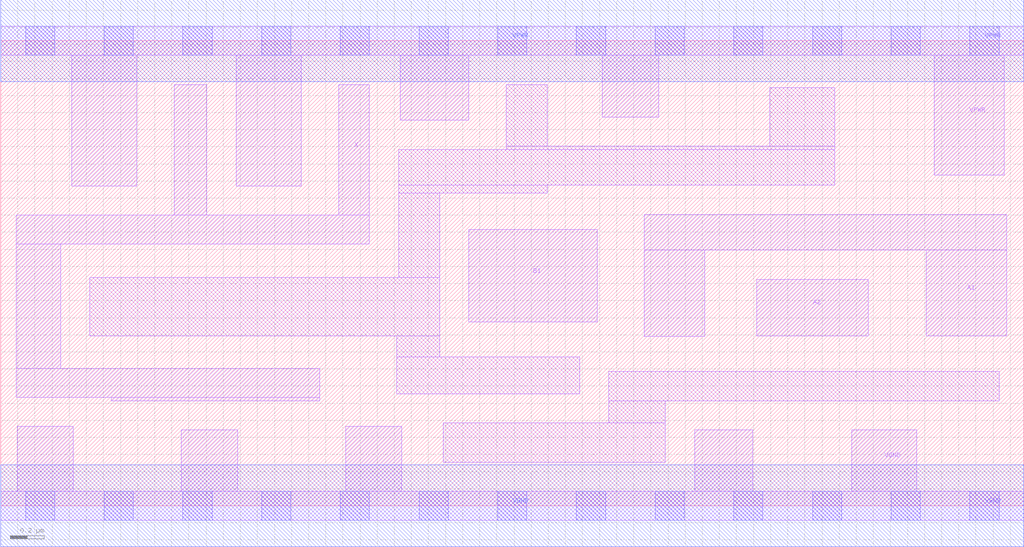
<source format=lef>
# Copyright 2020 The SkyWater PDK Authors
#
# Licensed under the Apache License, Version 2.0 (the "License");
# you may not use this file except in compliance with the License.
# You may obtain a copy of the License at
#
#     https://www.apache.org/licenses/LICENSE-2.0
#
# Unless required by applicable law or agreed to in writing, software
# distributed under the License is distributed on an "AS IS" BASIS,
# WITHOUT WARRANTIES OR CONDITIONS OF ANY KIND, either express or implied.
# See the License for the specific language governing permissions and
# limitations under the License.
#
# SPDX-License-Identifier: Apache-2.0

VERSION 5.7 ;
  NAMESCASESENSITIVE ON ;
  NOWIREEXTENSIONATPIN ON ;
  DIVIDERCHAR "/" ;
  BUSBITCHARS "[]" ;
UNITS
  DATABASE MICRONS 200 ;
END UNITS
PROPERTYDEFINITIONS
  MACRO maskLayoutSubType STRING ;
  MACRO prCellType STRING ;
  MACRO originalViewName STRING ;
END PROPERTYDEFINITIONS
MACRO sky130_fd_sc_hdll__o21a_4
  CLASS CORE ;
  FOREIGN sky130_fd_sc_hdll__o21a_4 ;
  ORIGIN  0.000000  0.000000 ;
  SIZE  5.980000 BY  2.720000 ;
  SYMMETRY X Y R90 ;
  SITE unithd ;
  PIN A1
    ANTENNAGATEAREA  0.555000 ;
    DIRECTION INPUT ;
    USE SIGNAL ;
    PORT
      LAYER li1 ;
        RECT 3.760000 0.990000 4.115000 1.495000 ;
        RECT 3.760000 1.495000 5.880000 1.705000 ;
        RECT 5.410000 0.995000 5.880000 1.495000 ;
    END
  END A1
  PIN A2
    ANTENNAGATEAREA  0.555000 ;
    DIRECTION INPUT ;
    USE SIGNAL ;
    PORT
      LAYER li1 ;
        RECT 4.420000 0.995000 5.070000 1.325000 ;
    END
  END A2
  PIN B1
    ANTENNAGATEAREA  0.555000 ;
    DIRECTION INPUT ;
    USE SIGNAL ;
    PORT
      LAYER li1 ;
        RECT 2.735000 1.075000 3.485000 1.615000 ;
    END
  END B1
  PIN X
    ANTENNADIFFAREA  1.029000 ;
    DIRECTION OUTPUT ;
    USE SIGNAL ;
    PORT
      LAYER li1 ;
        RECT 0.090000 0.635000 1.865000 0.805000 ;
        RECT 0.090000 0.805000 0.350000 1.530000 ;
        RECT 0.090000 1.530000 2.155000 1.700000 ;
        RECT 0.645000 0.615000 1.865000 0.635000 ;
        RECT 1.015000 1.700000 1.205000 2.465000 ;
        RECT 1.975000 1.700000 2.155000 2.465000 ;
    END
  END X
  PIN VGND
    DIRECTION INOUT ;
    USE GROUND ;
    PORT
      LAYER li1 ;
        RECT 0.000000 -0.085000 5.980000 0.085000 ;
        RECT 0.095000  0.085000 0.425000 0.465000 ;
        RECT 1.055000  0.085000 1.385000 0.445000 ;
        RECT 2.015000  0.085000 2.345000 0.465000 ;
        RECT 4.055000  0.085000 4.395000 0.445000 ;
        RECT 4.975000  0.085000 5.355000 0.445000 ;
      LAYER mcon ;
        RECT 0.145000 -0.085000 0.315000 0.085000 ;
        RECT 0.605000 -0.085000 0.775000 0.085000 ;
        RECT 1.065000 -0.085000 1.235000 0.085000 ;
        RECT 1.525000 -0.085000 1.695000 0.085000 ;
        RECT 1.985000 -0.085000 2.155000 0.085000 ;
        RECT 2.445000 -0.085000 2.615000 0.085000 ;
        RECT 2.905000 -0.085000 3.075000 0.085000 ;
        RECT 3.365000 -0.085000 3.535000 0.085000 ;
        RECT 3.825000 -0.085000 3.995000 0.085000 ;
        RECT 4.285000 -0.085000 4.455000 0.085000 ;
        RECT 4.745000 -0.085000 4.915000 0.085000 ;
        RECT 5.205000 -0.085000 5.375000 0.085000 ;
        RECT 5.665000 -0.085000 5.835000 0.085000 ;
      LAYER met1 ;
        RECT 0.000000 -0.240000 5.980000 0.240000 ;
    END
  END VGND
  PIN VPWR
    DIRECTION INOUT ;
    USE POWER ;
    PORT
      LAYER li1 ;
        RECT 0.000000 2.635000 5.980000 2.805000 ;
        RECT 0.415000 1.870000 0.795000 2.635000 ;
        RECT 1.375000 1.870000 1.755000 2.635000 ;
        RECT 2.335000 2.255000 2.735000 2.635000 ;
        RECT 3.515000 2.275000 3.845000 2.635000 ;
        RECT 5.455000 1.935000 5.865000 2.635000 ;
      LAYER mcon ;
        RECT 0.145000 2.635000 0.315000 2.805000 ;
        RECT 0.605000 2.635000 0.775000 2.805000 ;
        RECT 1.065000 2.635000 1.235000 2.805000 ;
        RECT 1.525000 2.635000 1.695000 2.805000 ;
        RECT 1.985000 2.635000 2.155000 2.805000 ;
        RECT 2.445000 2.635000 2.615000 2.805000 ;
        RECT 2.905000 2.635000 3.075000 2.805000 ;
        RECT 3.365000 2.635000 3.535000 2.805000 ;
        RECT 3.825000 2.635000 3.995000 2.805000 ;
        RECT 4.285000 2.635000 4.455000 2.805000 ;
        RECT 4.745000 2.635000 4.915000 2.805000 ;
        RECT 5.205000 2.635000 5.375000 2.805000 ;
        RECT 5.665000 2.635000 5.835000 2.805000 ;
      LAYER met1 ;
        RECT 0.000000 2.480000 5.980000 2.960000 ;
    END
  END VPWR
  OBS
    LAYER li1 ;
      RECT 0.520000 0.995000 2.565000 1.335000 ;
      RECT 2.315000 0.655000 3.385000 0.870000 ;
      RECT 2.315000 0.870000 2.565000 0.995000 ;
      RECT 2.325000 1.335000 2.565000 1.830000 ;
      RECT 2.325000 1.830000 3.195000 1.875000 ;
      RECT 2.325000 1.875000 4.875000 2.085000 ;
      RECT 2.585000 0.255000 3.885000 0.485000 ;
      RECT 2.955000 2.085000 4.875000 2.105000 ;
      RECT 2.955000 2.105000 3.195000 2.465000 ;
      RECT 3.555000 0.485000 3.885000 0.615000 ;
      RECT 3.555000 0.615000 5.835000 0.785000 ;
      RECT 4.495000 2.105000 4.875000 2.445000 ;
  END
  PROPERTY maskLayoutSubType "abstract" ;
  PROPERTY prCellType "standard" ;
  PROPERTY originalViewName "layout" ;
END sky130_fd_sc_hdll__o21a_4

</source>
